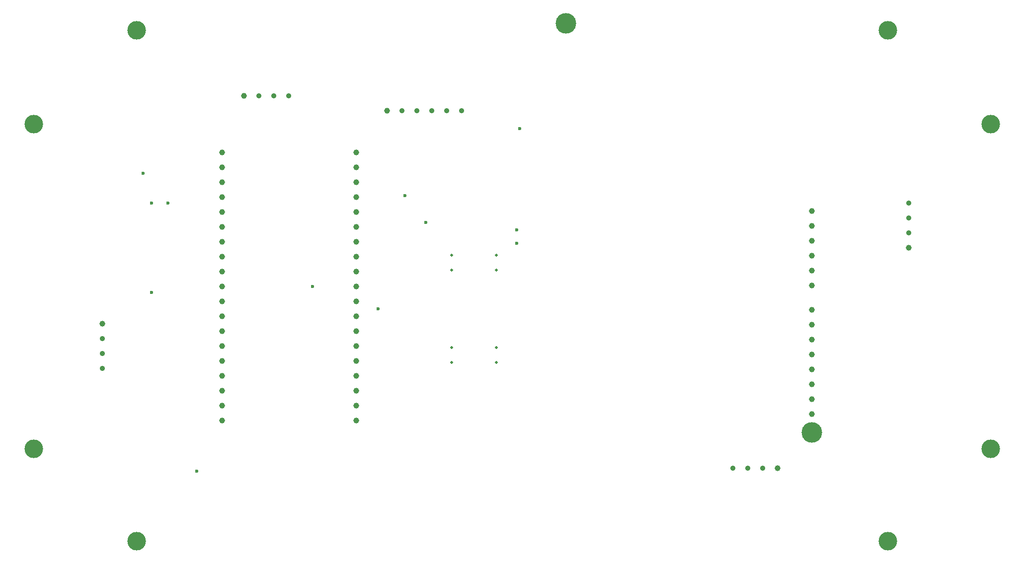
<source format=gbr>
G04 Generated by Ultiboard 14.2 *
%FSLAX24Y24*%
%MOIN*%

%ADD10C,0.0001*%
%ADD11C,0.0236*%
%ADD12C,0.0394*%
%ADD13C,0.0197*%
%ADD14C,0.0350*%
%ADD15C,0.0392*%
%ADD16C,0.1378*%
%ADD17C,0.1250*%


G04 ColorRGB 000000 for the following layer *
%LNDrill-Copper Top-Copper Bottom*%
%LPD*%
G54D11*
X-21160Y-12400D03*
X-24760Y7600D03*
X-24200Y5600D03*
X-24200Y-400D03*
X-7200Y6100D03*
X-13400Y0D03*
X500Y10600D03*
X-5800Y4300D03*
X-9000Y-1500D03*
X-23100Y5600D03*
X300Y2900D03*
X300Y3800D03*
G54D12*
X-10460Y-9000D03*
X-10460Y-8000D03*
X-10460Y-7000D03*
X-10460Y-6000D03*
X-10460Y-5000D03*
X-10460Y-4000D03*
X-10460Y-3000D03*
X-10460Y-2000D03*
X-10460Y-1000D03*
X-10460Y0D03*
X-10460Y1000D03*
X-10460Y2000D03*
X-10460Y3000D03*
X-10460Y4000D03*
X-10460Y5000D03*
X-10460Y6000D03*
X-10460Y7000D03*
X-10460Y8000D03*
X-10460Y9000D03*
X-19460Y-9000D03*
X-19460Y-8000D03*
X-19460Y-7000D03*
X-19460Y-6000D03*
X-19460Y-5000D03*
X-19460Y-4000D03*
X-19460Y-3000D03*
X-19460Y-2000D03*
X-19460Y-1000D03*
X-19460Y0D03*
X-19460Y1000D03*
X-19460Y2000D03*
X-19460Y3000D03*
X-19460Y4000D03*
X-19460Y5000D03*
X-19460Y6000D03*
X-19460Y7000D03*
X-19460Y8000D03*
X-19460Y9000D03*
X20100Y-1555D03*
X20100Y-2555D03*
X20100Y-3555D03*
X20100Y-4555D03*
X20100Y-5555D03*
X20100Y-6555D03*
X20100Y-7555D03*
X20100Y-8555D03*
X20092Y86D03*
X20092Y1086D03*
X20092Y2086D03*
X20092Y3086D03*
X20092Y4086D03*
X20092Y5086D03*
G54D13*
X-4060Y-4100D03*
X-4060Y-5100D03*
X-1060Y-4100D03*
X-1060Y-5100D03*
X-1060Y1100D03*
X-1060Y2100D03*
X-4060Y1100D03*
X-4060Y2100D03*
G54D14*
X-16000Y12800D03*
X-17000Y12800D03*
X-15000Y12800D03*
X-7400Y11800D03*
X-6400Y11800D03*
X-4400Y11800D03*
X-5400Y11800D03*
X-3400Y11800D03*
X15800Y-12200D03*
X16800Y-12200D03*
X14800Y-12200D03*
X26600Y4600D03*
X26600Y3600D03*
X26600Y5600D03*
X-27500Y-4500D03*
X-27500Y-3500D03*
X-27500Y-5500D03*
G54D15*
X-18000Y12800D03*
X-8400Y11800D03*
X17800Y-12200D03*
X26600Y2600D03*
X-27500Y-2500D03*
G54D16*
X20092Y-9795D03*
X3596Y17665D03*
G54D17*
X32100Y-10900D03*
X32100Y10900D03*
X25200Y17200D03*
X-32100Y10900D03*
X-32100Y-10900D03*
X-25200Y-17100D03*
X25200Y-17100D03*
X-25200Y17200D03*

M02*

</source>
